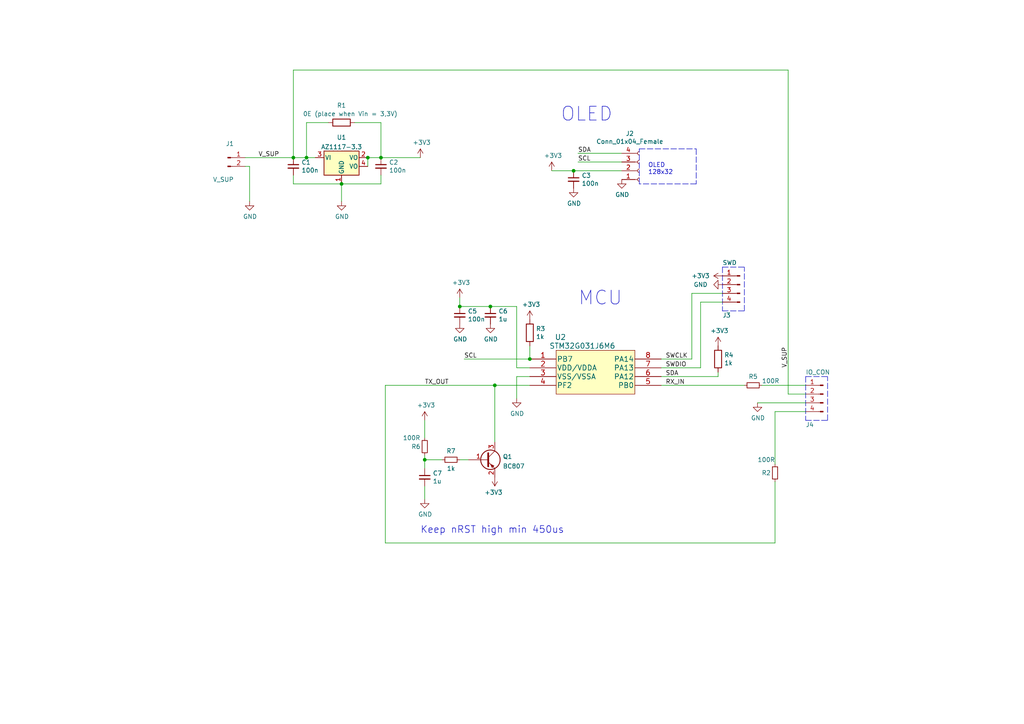
<source format=kicad_sch>
(kicad_sch (version 20211123) (generator eeschema)

  (uuid 3e2733b2-429a-48e0-a5f6-9bc75cea3fb3)

  (paper "A4")

  (lib_symbols
    (symbol "Connector:Conn_01x02_Male" (pin_names (offset 1.016) hide) (in_bom yes) (on_board yes)
      (property "Reference" "J" (id 0) (at 0 2.54 0)
        (effects (font (size 1.27 1.27)))
      )
      (property "Value" "Conn_01x02_Male" (id 1) (at 0 -5.08 0)
        (effects (font (size 1.27 1.27)))
      )
      (property "Footprint" "" (id 2) (at 0 0 0)
        (effects (font (size 1.27 1.27)) hide)
      )
      (property "Datasheet" "~" (id 3) (at 0 0 0)
        (effects (font (size 1.27 1.27)) hide)
      )
      (property "ki_keywords" "connector" (id 4) (at 0 0 0)
        (effects (font (size 1.27 1.27)) hide)
      )
      (property "ki_description" "Generic connector, single row, 01x02, script generated (kicad-library-utils/schlib/autogen/connector/)" (id 5) (at 0 0 0)
        (effects (font (size 1.27 1.27)) hide)
      )
      (property "ki_fp_filters" "Connector*:*_1x??_*" (id 6) (at 0 0 0)
        (effects (font (size 1.27 1.27)) hide)
      )
      (symbol "Conn_01x02_Male_1_1"
        (polyline
          (pts
            (xy 1.27 -2.54)
            (xy 0.8636 -2.54)
          )
          (stroke (width 0.1524) (type default) (color 0 0 0 0))
          (fill (type none))
        )
        (polyline
          (pts
            (xy 1.27 0)
            (xy 0.8636 0)
          )
          (stroke (width 0.1524) (type default) (color 0 0 0 0))
          (fill (type none))
        )
        (rectangle (start 0.8636 -2.413) (end 0 -2.667)
          (stroke (width 0.1524) (type default) (color 0 0 0 0))
          (fill (type outline))
        )
        (rectangle (start 0.8636 0.127) (end 0 -0.127)
          (stroke (width 0.1524) (type default) (color 0 0 0 0))
          (fill (type outline))
        )
        (pin passive line (at 5.08 0 180) (length 3.81)
          (name "Pin_1" (effects (font (size 1.27 1.27))))
          (number "1" (effects (font (size 1.27 1.27))))
        )
        (pin passive line (at 5.08 -2.54 180) (length 3.81)
          (name "Pin_2" (effects (font (size 1.27 1.27))))
          (number "2" (effects (font (size 1.27 1.27))))
        )
      )
    )
    (symbol "Connector:Conn_01x04_Female" (pin_names (offset 1.016) hide) (in_bom yes) (on_board yes)
      (property "Reference" "J" (id 0) (at 0 5.08 0)
        (effects (font (size 1.27 1.27)))
      )
      (property "Value" "Conn_01x04_Female" (id 1) (at 0 -7.62 0)
        (effects (font (size 1.27 1.27)))
      )
      (property "Footprint" "" (id 2) (at 0 0 0)
        (effects (font (size 1.27 1.27)) hide)
      )
      (property "Datasheet" "~" (id 3) (at 0 0 0)
        (effects (font (size 1.27 1.27)) hide)
      )
      (property "ki_keywords" "connector" (id 4) (at 0 0 0)
        (effects (font (size 1.27 1.27)) hide)
      )
      (property "ki_description" "Generic connector, single row, 01x04, script generated (kicad-library-utils/schlib/autogen/connector/)" (id 5) (at 0 0 0)
        (effects (font (size 1.27 1.27)) hide)
      )
      (property "ki_fp_filters" "Connector*:*_1x??_*" (id 6) (at 0 0 0)
        (effects (font (size 1.27 1.27)) hide)
      )
      (symbol "Conn_01x04_Female_1_1"
        (arc (start 0 -4.572) (mid -0.508 -5.08) (end 0 -5.588)
          (stroke (width 0.1524) (type default) (color 0 0 0 0))
          (fill (type none))
        )
        (arc (start 0 -2.032) (mid -0.508 -2.54) (end 0 -3.048)
          (stroke (width 0.1524) (type default) (color 0 0 0 0))
          (fill (type none))
        )
        (polyline
          (pts
            (xy -1.27 -5.08)
            (xy -0.508 -5.08)
          )
          (stroke (width 0.1524) (type default) (color 0 0 0 0))
          (fill (type none))
        )
        (polyline
          (pts
            (xy -1.27 -2.54)
            (xy -0.508 -2.54)
          )
          (stroke (width 0.1524) (type default) (color 0 0 0 0))
          (fill (type none))
        )
        (polyline
          (pts
            (xy -1.27 0)
            (xy -0.508 0)
          )
          (stroke (width 0.1524) (type default) (color 0 0 0 0))
          (fill (type none))
        )
        (polyline
          (pts
            (xy -1.27 2.54)
            (xy -0.508 2.54)
          )
          (stroke (width 0.1524) (type default) (color 0 0 0 0))
          (fill (type none))
        )
        (arc (start 0 0.508) (mid -0.508 0) (end 0 -0.508)
          (stroke (width 0.1524) (type default) (color 0 0 0 0))
          (fill (type none))
        )
        (arc (start 0 3.048) (mid -0.508 2.54) (end 0 2.032)
          (stroke (width 0.1524) (type default) (color 0 0 0 0))
          (fill (type none))
        )
        (pin passive line (at -5.08 2.54 0) (length 3.81)
          (name "Pin_1" (effects (font (size 1.27 1.27))))
          (number "1" (effects (font (size 1.27 1.27))))
        )
        (pin passive line (at -5.08 0 0) (length 3.81)
          (name "Pin_2" (effects (font (size 1.27 1.27))))
          (number "2" (effects (font (size 1.27 1.27))))
        )
        (pin passive line (at -5.08 -2.54 0) (length 3.81)
          (name "Pin_3" (effects (font (size 1.27 1.27))))
          (number "3" (effects (font (size 1.27 1.27))))
        )
        (pin passive line (at -5.08 -5.08 0) (length 3.81)
          (name "Pin_4" (effects (font (size 1.27 1.27))))
          (number "4" (effects (font (size 1.27 1.27))))
        )
      )
    )
    (symbol "Connector:Conn_01x04_Male" (pin_names (offset 1.016) hide) (in_bom yes) (on_board yes)
      (property "Reference" "J" (id 0) (at 0 5.08 0)
        (effects (font (size 1.27 1.27)))
      )
      (property "Value" "Conn_01x04_Male" (id 1) (at 0 -7.62 0)
        (effects (font (size 1.27 1.27)))
      )
      (property "Footprint" "" (id 2) (at 0 0 0)
        (effects (font (size 1.27 1.27)) hide)
      )
      (property "Datasheet" "~" (id 3) (at 0 0 0)
        (effects (font (size 1.27 1.27)) hide)
      )
      (property "ki_keywords" "connector" (id 4) (at 0 0 0)
        (effects (font (size 1.27 1.27)) hide)
      )
      (property "ki_description" "Generic connector, single row, 01x04, script generated (kicad-library-utils/schlib/autogen/connector/)" (id 5) (at 0 0 0)
        (effects (font (size 1.27 1.27)) hide)
      )
      (property "ki_fp_filters" "Connector*:*_1x??_*" (id 6) (at 0 0 0)
        (effects (font (size 1.27 1.27)) hide)
      )
      (symbol "Conn_01x04_Male_1_1"
        (polyline
          (pts
            (xy 1.27 -5.08)
            (xy 0.8636 -5.08)
          )
          (stroke (width 0.1524) (type default) (color 0 0 0 0))
          (fill (type none))
        )
        (polyline
          (pts
            (xy 1.27 -2.54)
            (xy 0.8636 -2.54)
          )
          (stroke (width 0.1524) (type default) (color 0 0 0 0))
          (fill (type none))
        )
        (polyline
          (pts
            (xy 1.27 0)
            (xy 0.8636 0)
          )
          (stroke (width 0.1524) (type default) (color 0 0 0 0))
          (fill (type none))
        )
        (polyline
          (pts
            (xy 1.27 2.54)
            (xy 0.8636 2.54)
          )
          (stroke (width 0.1524) (type default) (color 0 0 0 0))
          (fill (type none))
        )
        (rectangle (start 0.8636 -4.953) (end 0 -5.207)
          (stroke (width 0.1524) (type default) (color 0 0 0 0))
          (fill (type outline))
        )
        (rectangle (start 0.8636 -2.413) (end 0 -2.667)
          (stroke (width 0.1524) (type default) (color 0 0 0 0))
          (fill (type outline))
        )
        (rectangle (start 0.8636 0.127) (end 0 -0.127)
          (stroke (width 0.1524) (type default) (color 0 0 0 0))
          (fill (type outline))
        )
        (rectangle (start 0.8636 2.667) (end 0 2.413)
          (stroke (width 0.1524) (type default) (color 0 0 0 0))
          (fill (type outline))
        )
        (pin passive line (at 5.08 2.54 180) (length 3.81)
          (name "Pin_1" (effects (font (size 1.27 1.27))))
          (number "1" (effects (font (size 1.27 1.27))))
        )
        (pin passive line (at 5.08 0 180) (length 3.81)
          (name "Pin_2" (effects (font (size 1.27 1.27))))
          (number "2" (effects (font (size 1.27 1.27))))
        )
        (pin passive line (at 5.08 -2.54 180) (length 3.81)
          (name "Pin_3" (effects (font (size 1.27 1.27))))
          (number "3" (effects (font (size 1.27 1.27))))
        )
        (pin passive line (at 5.08 -5.08 180) (length 3.81)
          (name "Pin_4" (effects (font (size 1.27 1.27))))
          (number "4" (effects (font (size 1.27 1.27))))
        )
      )
    )
    (symbol "Device:C_Small" (pin_numbers hide) (pin_names (offset 0.254) hide) (in_bom yes) (on_board yes)
      (property "Reference" "C" (id 0) (at 0.254 1.778 0)
        (effects (font (size 1.27 1.27)) (justify left))
      )
      (property "Value" "C_Small" (id 1) (at 0.254 -2.032 0)
        (effects (font (size 1.27 1.27)) (justify left))
      )
      (property "Footprint" "" (id 2) (at 0 0 0)
        (effects (font (size 1.27 1.27)) hide)
      )
      (property "Datasheet" "~" (id 3) (at 0 0 0)
        (effects (font (size 1.27 1.27)) hide)
      )
      (property "ki_keywords" "capacitor cap" (id 4) (at 0 0 0)
        (effects (font (size 1.27 1.27)) hide)
      )
      (property "ki_description" "Unpolarized capacitor, small symbol" (id 5) (at 0 0 0)
        (effects (font (size 1.27 1.27)) hide)
      )
      (property "ki_fp_filters" "C_*" (id 6) (at 0 0 0)
        (effects (font (size 1.27 1.27)) hide)
      )
      (symbol "C_Small_0_1"
        (polyline
          (pts
            (xy -1.524 -0.508)
            (xy 1.524 -0.508)
          )
          (stroke (width 0.3302) (type default) (color 0 0 0 0))
          (fill (type none))
        )
        (polyline
          (pts
            (xy -1.524 0.508)
            (xy 1.524 0.508)
          )
          (stroke (width 0.3048) (type default) (color 0 0 0 0))
          (fill (type none))
        )
      )
      (symbol "C_Small_1_1"
        (pin passive line (at 0 2.54 270) (length 2.032)
          (name "~" (effects (font (size 1.27 1.27))))
          (number "1" (effects (font (size 1.27 1.27))))
        )
        (pin passive line (at 0 -2.54 90) (length 2.032)
          (name "~" (effects (font (size 1.27 1.27))))
          (number "2" (effects (font (size 1.27 1.27))))
        )
      )
    )
    (symbol "Device:R" (pin_numbers hide) (pin_names (offset 0)) (in_bom yes) (on_board yes)
      (property "Reference" "R" (id 0) (at 2.032 0 90)
        (effects (font (size 1.27 1.27)))
      )
      (property "Value" "R" (id 1) (at 0 0 90)
        (effects (font (size 1.27 1.27)))
      )
      (property "Footprint" "" (id 2) (at -1.778 0 90)
        (effects (font (size 1.27 1.27)) hide)
      )
      (property "Datasheet" "~" (id 3) (at 0 0 0)
        (effects (font (size 1.27 1.27)) hide)
      )
      (property "ki_keywords" "R res resistor" (id 4) (at 0 0 0)
        (effects (font (size 1.27 1.27)) hide)
      )
      (property "ki_description" "Resistor" (id 5) (at 0 0 0)
        (effects (font (size 1.27 1.27)) hide)
      )
      (property "ki_fp_filters" "R_*" (id 6) (at 0 0 0)
        (effects (font (size 1.27 1.27)) hide)
      )
      (symbol "R_0_1"
        (rectangle (start -1.016 -2.54) (end 1.016 2.54)
          (stroke (width 0.254) (type default) (color 0 0 0 0))
          (fill (type none))
        )
      )
      (symbol "R_1_1"
        (pin passive line (at 0 3.81 270) (length 1.27)
          (name "~" (effects (font (size 1.27 1.27))))
          (number "1" (effects (font (size 1.27 1.27))))
        )
        (pin passive line (at 0 -3.81 90) (length 1.27)
          (name "~" (effects (font (size 1.27 1.27))))
          (number "2" (effects (font (size 1.27 1.27))))
        )
      )
    )
    (symbol "Device:R_Small" (pin_numbers hide) (pin_names (offset 0.254) hide) (in_bom yes) (on_board yes)
      (property "Reference" "R" (id 0) (at 0.762 0.508 0)
        (effects (font (size 1.27 1.27)) (justify left))
      )
      (property "Value" "R_Small" (id 1) (at 0.762 -1.016 0)
        (effects (font (size 1.27 1.27)) (justify left))
      )
      (property "Footprint" "" (id 2) (at 0 0 0)
        (effects (font (size 1.27 1.27)) hide)
      )
      (property "Datasheet" "~" (id 3) (at 0 0 0)
        (effects (font (size 1.27 1.27)) hide)
      )
      (property "ki_keywords" "R resistor" (id 4) (at 0 0 0)
        (effects (font (size 1.27 1.27)) hide)
      )
      (property "ki_description" "Resistor, small symbol" (id 5) (at 0 0 0)
        (effects (font (size 1.27 1.27)) hide)
      )
      (property "ki_fp_filters" "R_*" (id 6) (at 0 0 0)
        (effects (font (size 1.27 1.27)) hide)
      )
      (symbol "R_Small_0_1"
        (rectangle (start -0.762 1.778) (end 0.762 -1.778)
          (stroke (width 0.2032) (type default) (color 0 0 0 0))
          (fill (type none))
        )
      )
      (symbol "R_Small_1_1"
        (pin passive line (at 0 2.54 270) (length 0.762)
          (name "~" (effects (font (size 1.27 1.27))))
          (number "1" (effects (font (size 1.27 1.27))))
        )
        (pin passive line (at 0 -2.54 90) (length 0.762)
          (name "~" (effects (font (size 1.27 1.27))))
          (number "2" (effects (font (size 1.27 1.27))))
        )
      )
    )
    (symbol "Regulator_Linear:AZ1117-3.3" (pin_names (offset 0.254)) (in_bom yes) (on_board yes)
      (property "Reference" "U1" (id 0) (at 0 5.8715 0)
        (effects (font (size 1.27 1.27)))
      )
      (property "Value" "AZ1117-3.3" (id 1) (at 0 3.0964 0)
        (effects (font (size 1.27 1.27)))
      )
      (property "Footprint" "Package_TO_SOT_SMD:SOT-223" (id 2) (at 0 6.35 0)
        (effects (font (size 1.27 1.27) italic) hide)
      )
      (property "Datasheet" "https://www.diodes.com/assets/Datasheets/AZ1117.pdf" (id 3) (at 0 0 0)
        (effects (font (size 1.27 1.27)) hide)
      )
      (property "ki_keywords" "Fixed Voltage Regulator 1A Positive LDO" (id 4) (at 0 0 0)
        (effects (font (size 1.27 1.27)) hide)
      )
      (property "ki_description" "1A 20V Fixed LDO Linear Regulator, 3.3V, SOT-89/SOT-223/TO-220/TO-252/TO-263" (id 5) (at 0 0 0)
        (effects (font (size 1.27 1.27)) hide)
      )
      (property "ki_fp_filters" "SOT?223* SOT?89* TO?220* TO?252* TO?263*" (id 6) (at 0 0 0)
        (effects (font (size 1.27 1.27)) hide)
      )
      (symbol "AZ1117-3.3_0_1"
        (rectangle (start -5.08 1.905) (end 5.08 -5.08)
          (stroke (width 0.254) (type default) (color 0 0 0 0))
          (fill (type background))
        )
      )
      (symbol "AZ1117-3.3_1_1"
        (pin power_in line (at 0 -7.62 90) (length 2.54)
          (name "GND" (effects (font (size 1.27 1.27))))
          (number "1" (effects (font (size 1.27 1.27))))
        )
        (pin power_out line (at 7.62 0 180) (length 2.54)
          (name "VO" (effects (font (size 1.27 1.27))))
          (number "2" (effects (font (size 1.27 1.27))))
        )
        (pin power_in line (at -7.62 0 0) (length 2.54)
          (name "VI" (effects (font (size 1.27 1.27))))
          (number "3" (effects (font (size 1.27 1.27))))
        )
        (pin power_out line (at 7.62 -2.54 180) (length 2.54)
          (name "VO" (effects (font (size 1.27 1.27))))
          (number "4" (effects (font (size 1.27 1.27))))
        )
      )
    )
    (symbol "STM32G031J6M6:STM32G031J6M6" (pin_names (offset 0.254)) (in_bom yes) (on_board yes)
      (property "Reference" "U?" (id 0) (at 8.89 6.35 0)
        (effects (font (size 1.524 1.524)))
      )
      (property "Value" "STM32G031J6M6" (id 1) (at 15.24 3.81 0)
        (effects (font (size 1.524 1.524)))
      )
      (property "Footprint" "Package_SO:SO-8_3.9x4.9mm_P1.27mm" (id 2) (at 63.5 6.096 0)
        (effects (font (size 1.524 1.524)) hide)
      )
      (property "Datasheet" "" (id 3) (at 7.62 -20.32 0)
        (effects (font (size 1.524 1.524)))
      )
      (property "ki_locked" "" (id 4) (at 0 0 0)
        (effects (font (size 1.27 1.27)))
      )
      (property "ki_fp_filters" "SO-8 SO-8-M SO-8-L" (id 5) (at 0 0 0)
        (effects (font (size 1.27 1.27)) hide)
      )
      (symbol "STM32G031J6M6_1_1"
        (rectangle (start 7.62 2.54) (end 30.48 -10.16)
          (stroke (width 0) (type default) (color 0 0 0 0))
          (fill (type background))
        )
        (pin bidirectional line (at 0 0 0) (length 7.62)
          (name "PB7" (effects (font (size 1.4986 1.4986))))
          (number "1" (effects (font (size 1.4986 1.4986))))
        )
        (pin power_in line (at 0 -2.54 0) (length 7.62)
          (name "VDD/VDDA" (effects (font (size 1.4986 1.4986))))
          (number "2" (effects (font (size 1.4986 1.4986))))
        )
        (pin power_in line (at 0 -5.08 0) (length 7.62)
          (name "VSS/VSSA" (effects (font (size 1.4986 1.4986))))
          (number "3" (effects (font (size 1.4986 1.4986))))
        )
        (pin bidirectional line (at 0 -7.62 0) (length 7.62)
          (name "PF2" (effects (font (size 1.4986 1.4986))))
          (number "4" (effects (font (size 1.4986 1.4986))))
        )
        (pin bidirectional line (at 38.1 -7.62 180) (length 7.62)
          (name "PB0" (effects (font (size 1.4986 1.4986))))
          (number "5" (effects (font (size 1.4986 1.4986))))
        )
        (pin bidirectional line (at 38.1 -5.08 180) (length 7.62)
          (name "PA12" (effects (font (size 1.4986 1.4986))))
          (number "6" (effects (font (size 1.4986 1.4986))))
        )
        (pin bidirectional line (at 38.1 -2.54 180) (length 7.62)
          (name "PA13" (effects (font (size 1.4986 1.4986))))
          (number "7" (effects (font (size 1.4986 1.4986))))
        )
        (pin bidirectional line (at 38.1 0 180) (length 7.62)
          (name "PA14" (effects (font (size 1.4986 1.4986))))
          (number "8" (effects (font (size 1.4986 1.4986))))
        )
      )
    )
    (symbol "Transistor_BJT:BC807" (pin_names (offset 0) hide) (in_bom yes) (on_board yes)
      (property "Reference" "Q" (id 0) (at 5.08 1.905 0)
        (effects (font (size 1.27 1.27)) (justify left))
      )
      (property "Value" "BC807" (id 1) (at 5.08 0 0)
        (effects (font (size 1.27 1.27)) (justify left))
      )
      (property "Footprint" "Package_TO_SOT_SMD:SOT-23" (id 2) (at 5.08 -1.905 0)
        (effects (font (size 1.27 1.27) italic) (justify left) hide)
      )
      (property "Datasheet" "https://www.onsemi.com/pub/Collateral/BC808-D.pdf" (id 3) (at 0 0 0)
        (effects (font (size 1.27 1.27)) (justify left) hide)
      )
      (property "ki_keywords" "PNP Transistor" (id 4) (at 0 0 0)
        (effects (font (size 1.27 1.27)) hide)
      )
      (property "ki_description" "0.8A Ic, 45V Vce, PNP Transistor, SOT-23" (id 5) (at 0 0 0)
        (effects (font (size 1.27 1.27)) hide)
      )
      (property "ki_fp_filters" "SOT?23*" (id 6) (at 0 0 0)
        (effects (font (size 1.27 1.27)) hide)
      )
      (symbol "BC807_0_1"
        (polyline
          (pts
            (xy 0.635 0.635)
            (xy 2.54 2.54)
          )
          (stroke (width 0) (type default) (color 0 0 0 0))
          (fill (type none))
        )
        (polyline
          (pts
            (xy 0.635 -0.635)
            (xy 2.54 -2.54)
            (xy 2.54 -2.54)
          )
          (stroke (width 0) (type default) (color 0 0 0 0))
          (fill (type none))
        )
        (polyline
          (pts
            (xy 0.635 1.905)
            (xy 0.635 -1.905)
            (xy 0.635 -1.905)
          )
          (stroke (width 0.508) (type default) (color 0 0 0 0))
          (fill (type none))
        )
        (polyline
          (pts
            (xy 2.286 -1.778)
            (xy 1.778 -2.286)
            (xy 1.27 -1.27)
            (xy 2.286 -1.778)
            (xy 2.286 -1.778)
          )
          (stroke (width 0) (type default) (color 0 0 0 0))
          (fill (type outline))
        )
        (circle (center 1.27 0) (radius 2.8194)
          (stroke (width 0.254) (type default) (color 0 0 0 0))
          (fill (type none))
        )
      )
      (symbol "BC807_1_1"
        (pin input line (at -5.08 0 0) (length 5.715)
          (name "B" (effects (font (size 1.27 1.27))))
          (number "1" (effects (font (size 1.27 1.27))))
        )
        (pin passive line (at 2.54 -5.08 90) (length 2.54)
          (name "E" (effects (font (size 1.27 1.27))))
          (number "2" (effects (font (size 1.27 1.27))))
        )
        (pin passive line (at 2.54 5.08 270) (length 2.54)
          (name "C" (effects (font (size 1.27 1.27))))
          (number "3" (effects (font (size 1.27 1.27))))
        )
      )
    )
    (symbol "power:+3V3" (power) (pin_names (offset 0)) (in_bom yes) (on_board yes)
      (property "Reference" "#PWR" (id 0) (at 0 -3.81 0)
        (effects (font (size 1.27 1.27)) hide)
      )
      (property "Value" "+3V3" (id 1) (at 0 3.556 0)
        (effects (font (size 1.27 1.27)))
      )
      (property "Footprint" "" (id 2) (at 0 0 0)
        (effects (font (size 1.27 1.27)) hide)
      )
      (property "Datasheet" "" (id 3) (at 0 0 0)
        (effects (font (size 1.27 1.27)) hide)
      )
      (property "ki_keywords" "power-flag" (id 4) (at 0 0 0)
        (effects (font (size 1.27 1.27)) hide)
      )
      (property "ki_description" "Power symbol creates a global label with name \"+3V3\"" (id 5) (at 0 0 0)
        (effects (font (size 1.27 1.27)) hide)
      )
      (symbol "+3V3_0_1"
        (polyline
          (pts
            (xy -0.762 1.27)
            (xy 0 2.54)
          )
          (stroke (width 0) (type default) (color 0 0 0 0))
          (fill (type none))
        )
        (polyline
          (pts
            (xy 0 0)
            (xy 0 2.54)
          )
          (stroke (width 0) (type default) (color 0 0 0 0))
          (fill (type none))
        )
        (polyline
          (pts
            (xy 0 2.54)
            (xy 0.762 1.27)
          )
          (stroke (width 0) (type default) (color 0 0 0 0))
          (fill (type none))
        )
      )
      (symbol "+3V3_1_1"
        (pin power_in line (at 0 0 90) (length 0) hide
          (name "+3V3" (effects (font (size 1.27 1.27))))
          (number "1" (effects (font (size 1.27 1.27))))
        )
      )
    )
    (symbol "power:GND" (power) (pin_names (offset 0)) (in_bom yes) (on_board yes)
      (property "Reference" "#PWR" (id 0) (at 0 -6.35 0)
        (effects (font (size 1.27 1.27)) hide)
      )
      (property "Value" "GND" (id 1) (at 0 -3.81 0)
        (effects (font (size 1.27 1.27)))
      )
      (property "Footprint" "" (id 2) (at 0 0 0)
        (effects (font (size 1.27 1.27)) hide)
      )
      (property "Datasheet" "" (id 3) (at 0 0 0)
        (effects (font (size 1.27 1.27)) hide)
      )
      (property "ki_keywords" "power-flag" (id 4) (at 0 0 0)
        (effects (font (size 1.27 1.27)) hide)
      )
      (property "ki_description" "Power symbol creates a global label with name \"GND\" , ground" (id 5) (at 0 0 0)
        (effects (font (size 1.27 1.27)) hide)
      )
      (symbol "GND_0_1"
        (polyline
          (pts
            (xy 0 0)
            (xy 0 -1.27)
            (xy 1.27 -1.27)
            (xy 0 -2.54)
            (xy -1.27 -1.27)
            (xy 0 -1.27)
          )
          (stroke (width 0) (type default) (color 0 0 0 0))
          (fill (type none))
        )
      )
      (symbol "GND_1_1"
        (pin power_in line (at 0 0 270) (length 0) hide
          (name "GND" (effects (font (size 1.27 1.27))))
          (number "1" (effects (font (size 1.27 1.27))))
        )
      )
    )
  )

  (junction (at 166.37 49.53) (diameter 0) (color 0 0 0 0)
    (uuid 1e33c2bb-29b7-4638-9fb5-0417f6519877)
  )
  (junction (at 123.19 133.35) (diameter 0) (color 0 0 0 0)
    (uuid 25ad2632-b253-4ec8-acc6-610649cc2496)
  )
  (junction (at 133.35 88.9) (diameter 0) (color 0 0 0 0)
    (uuid 2b1bd8c8-3e2b-4acf-a87a-3998c5b53791)
  )
  (junction (at 85.09 45.72) (diameter 0) (color 0 0 0 0)
    (uuid 2b9a2d5f-5cc4-4e2a-82f1-2a8a02d7c38c)
  )
  (junction (at 142.24 88.9) (diameter 0) (color 0 0 0 0)
    (uuid 4d3bbe28-4dea-4c44-9638-c90a5e4e0201)
  )
  (junction (at 110.49 45.72) (diameter 0) (color 0 0 0 0)
    (uuid 55fea3d7-3338-41ba-9742-415078f59a75)
  )
  (junction (at 153.67 104.14) (diameter 0) (color 0 0 0 0)
    (uuid 627d3424-dfd6-4319-acef-fd690a6f20e2)
  )
  (junction (at 88.9 45.72) (diameter 0) (color 0 0 0 0)
    (uuid dcbda583-caae-4a0f-8a99-1784f4bd1e61)
  )
  (junction (at 99.06 53.34) (diameter 0) (color 0 0 0 0)
    (uuid dd937b20-e452-4904-9f06-88dd90424feb)
  )
  (junction (at 106.68 45.72) (diameter 0) (color 0 0 0 0)
    (uuid e8623586-c035-4557-bb05-dccb494757ad)
  )
  (junction (at 143.51 111.76) (diameter 0) (color 0 0 0 0)
    (uuid f67f3eb8-4f81-49e3-b2b7-2f620cf92995)
  )

  (wire (pts (xy 106.68 45.72) (xy 110.49 45.72))
    (stroke (width 0) (type default) (color 0 0 0 0))
    (uuid 0d0a8cf0-7e30-4463-a75a-b09ac9dce329)
  )
  (wire (pts (xy 106.68 45.72) (xy 106.68 48.26))
    (stroke (width 0) (type default) (color 0 0 0 0))
    (uuid 10692a86-88cb-4f0b-922d-2b307367527d)
  )
  (wire (pts (xy 203.2 106.68) (xy 203.2 87.63))
    (stroke (width 0) (type default) (color 0 0 0 0))
    (uuid 14c81335-0c58-4658-9c8b-2f95a43c42a1)
  )
  (wire (pts (xy 85.09 20.32) (xy 85.09 45.72))
    (stroke (width 0) (type default) (color 0 0 0 0))
    (uuid 15408682-79e5-4f3d-98ad-18fbbd0320e6)
  )
  (wire (pts (xy 111.76 111.76) (xy 111.76 157.48))
    (stroke (width 0) (type default) (color 0 0 0 0))
    (uuid 1659804d-03eb-42ee-a0af-b4824fdc8319)
  )
  (wire (pts (xy 203.2 87.63) (xy 209.55 87.63))
    (stroke (width 0) (type default) (color 0 0 0 0))
    (uuid 18c97c17-4686-4762-ac2f-547b5b999ca9)
  )
  (wire (pts (xy 72.39 48.26) (xy 72.39 58.42))
    (stroke (width 0) (type default) (color 0 0 0 0))
    (uuid 191f42b3-4d25-45d5-a764-a0fd795e322b)
  )
  (wire (pts (xy 123.19 133.35) (xy 123.19 135.89))
    (stroke (width 0) (type default) (color 0 0 0 0))
    (uuid 19b6fdb7-c2da-4e40-b2bb-be0a937611f0)
  )
  (polyline (pts (xy 240.03 121.92) (xy 240.03 109.22))
    (stroke (width 0) (type default) (color 0 0 0 0))
    (uuid 1ac11cff-6366-4140-abf1-a6eea27a06c2)
  )

  (wire (pts (xy 95.25 35.56) (xy 88.9 35.56))
    (stroke (width 0) (type default) (color 0 0 0 0))
    (uuid 1bf237a2-1f04-44cc-8bfc-37ebc035590a)
  )
  (wire (pts (xy 134.62 104.14) (xy 153.67 104.14))
    (stroke (width 0) (type default) (color 0 0 0 0))
    (uuid 1c34ae6f-59e1-41cd-9442-b86210a762ec)
  )
  (wire (pts (xy 153.67 106.68) (xy 149.86 106.68))
    (stroke (width 0) (type default) (color 0 0 0 0))
    (uuid 1efa2a2c-3448-4385-898c-4c1577e22b00)
  )
  (polyline (pts (xy 185.42 53.34) (xy 185.42 43.18))
    (stroke (width 0) (type default) (color 0 0 0 0))
    (uuid 263e5696-7107-45aa-997c-51b0e27b067d)
  )

  (wire (pts (xy 149.86 106.68) (xy 149.86 88.9))
    (stroke (width 0) (type default) (color 0 0 0 0))
    (uuid 2e924d2d-94f7-4a0f-8528-9d6e8f6bb0eb)
  )
  (wire (pts (xy 191.77 106.68) (xy 203.2 106.68))
    (stroke (width 0) (type default) (color 0 0 0 0))
    (uuid 3825ef5a-9c20-4da1-b237-0d7cce88677d)
  )
  (wire (pts (xy 85.09 53.34) (xy 99.06 53.34))
    (stroke (width 0) (type default) (color 0 0 0 0))
    (uuid 3e9918f5-fe20-41be-989a-3532ae9c8232)
  )
  (wire (pts (xy 85.09 50.8) (xy 85.09 53.34))
    (stroke (width 0) (type default) (color 0 0 0 0))
    (uuid 45a5dcbc-7ce7-4d05-9003-3b0e7f174e02)
  )
  (wire (pts (xy 110.49 50.8) (xy 110.49 53.34))
    (stroke (width 0) (type default) (color 0 0 0 0))
    (uuid 4beb5b03-60d3-49da-ad35-51f275a031d5)
  )
  (wire (pts (xy 200.66 85.09) (xy 209.55 85.09))
    (stroke (width 0) (type default) (color 0 0 0 0))
    (uuid 519527ee-f2dc-482d-94bb-75721ed8aafb)
  )
  (polyline (pts (xy 209.55 77.47) (xy 209.55 90.17))
    (stroke (width 0) (type default) (color 0 0 0 0))
    (uuid 55fdbf37-93ec-4489-b99d-2778986cddf5)
  )

  (wire (pts (xy 224.79 119.38) (xy 233.68 119.38))
    (stroke (width 0) (type default) (color 0 0 0 0))
    (uuid 57869359-a5f9-4315-8f7e-88eaf5fd7f69)
  )
  (wire (pts (xy 224.79 139.7) (xy 224.79 157.48))
    (stroke (width 0) (type default) (color 0 0 0 0))
    (uuid 596010d9-7a70-4668-b57e-fc49763f4715)
  )
  (wire (pts (xy 102.87 35.56) (xy 110.49 35.56))
    (stroke (width 0) (type default) (color 0 0 0 0))
    (uuid 61bf7c97-153e-456f-8798-edee370be9ae)
  )
  (wire (pts (xy 110.49 35.56) (xy 110.49 45.72))
    (stroke (width 0) (type default) (color 0 0 0 0))
    (uuid 62ded880-1ef8-4d12-bf30-ab03202c3b09)
  )
  (polyline (pts (xy 185.42 43.18) (xy 201.93 43.18))
    (stroke (width 0) (type default) (color 0 0 0 0))
    (uuid 6ad55953-7a86-4bfb-a23b-dcf3a404bbd3)
  )

  (wire (pts (xy 180.34 44.45) (xy 167.64 44.45))
    (stroke (width 0) (type default) (color 0 0 0 0))
    (uuid 6d06ac8a-1eaa-4729-8e1b-f5f986af5b4a)
  )
  (polyline (pts (xy 233.68 109.22) (xy 240.03 109.22))
    (stroke (width 0) (type default) (color 0 0 0 0))
    (uuid 703a3c34-fad9-4163-b86c-c947ff38324c)
  )
  (polyline (pts (xy 201.93 43.18) (xy 201.93 53.34))
    (stroke (width 0) (type default) (color 0 0 0 0))
    (uuid 74d476a1-7e64-4447-aa02-467bf33d11bf)
  )

  (wire (pts (xy 123.19 121.92) (xy 123.19 127))
    (stroke (width 0) (type default) (color 0 0 0 0))
    (uuid 761c79a0-cb1a-42d4-9066-3a8bac939cdf)
  )
  (wire (pts (xy 149.86 88.9) (xy 142.24 88.9))
    (stroke (width 0) (type default) (color 0 0 0 0))
    (uuid 770cf459-91ff-42ec-86ea-bf95b593d092)
  )
  (polyline (pts (xy 201.93 53.34) (xy 185.42 53.34))
    (stroke (width 0) (type default) (color 0 0 0 0))
    (uuid 77a39290-cbef-4417-92dd-bd19a64a03da)
  )

  (wire (pts (xy 191.77 104.14) (xy 200.66 104.14))
    (stroke (width 0) (type default) (color 0 0 0 0))
    (uuid 789fde59-6346-41c4-8bdd-f9aa5fd7f3db)
  )
  (wire (pts (xy 149.86 115.57) (xy 149.86 109.22))
    (stroke (width 0) (type default) (color 0 0 0 0))
    (uuid 82b43a70-cb19-4531-8dd9-530241cf5458)
  )
  (wire (pts (xy 110.49 53.34) (xy 99.06 53.34))
    (stroke (width 0) (type default) (color 0 0 0 0))
    (uuid 844026ab-5510-44d9-a079-87d06366c2ae)
  )
  (wire (pts (xy 123.19 132.08) (xy 123.19 133.35))
    (stroke (width 0) (type default) (color 0 0 0 0))
    (uuid 84dacc7f-a77b-42d8-9b09-c921bef5b098)
  )
  (wire (pts (xy 85.09 45.72) (xy 88.9 45.72))
    (stroke (width 0) (type default) (color 0 0 0 0))
    (uuid 879b4a40-2cb4-4a49-8833-1ab82d5905e7)
  )
  (wire (pts (xy 143.51 111.76) (xy 153.67 111.76))
    (stroke (width 0) (type default) (color 0 0 0 0))
    (uuid 8a190336-2c38-4cca-9e01-39e4fde8d4f3)
  )
  (wire (pts (xy 111.76 111.76) (xy 143.51 111.76))
    (stroke (width 0) (type default) (color 0 0 0 0))
    (uuid 900cbe97-baf8-4c02-a824-562c02dac994)
  )
  (wire (pts (xy 110.49 45.72) (xy 121.92 45.72))
    (stroke (width 0) (type default) (color 0 0 0 0))
    (uuid 939d2085-ca84-435b-8eaa-0232903653b7)
  )
  (wire (pts (xy 153.67 100.33) (xy 153.67 104.14))
    (stroke (width 0) (type default) (color 0 0 0 0))
    (uuid 9a1fcbc2-26d6-4da8-b39c-b21f72ec1122)
  )
  (wire (pts (xy 208.28 107.95) (xy 208.28 109.22))
    (stroke (width 0) (type default) (color 0 0 0 0))
    (uuid a001f9b3-d55c-45e5-82b3-54c3c57f50f4)
  )
  (wire (pts (xy 220.98 111.76) (xy 233.68 111.76))
    (stroke (width 0) (type default) (color 0 0 0 0))
    (uuid a18e7ce9-3c93-4e29-b92e-ef83a1565746)
  )
  (wire (pts (xy 128.27 133.35) (xy 123.19 133.35))
    (stroke (width 0) (type default) (color 0 0 0 0))
    (uuid a2635da5-8463-46db-9199-0a173306f41b)
  )
  (wire (pts (xy 200.66 104.14) (xy 200.66 85.09))
    (stroke (width 0) (type default) (color 0 0 0 0))
    (uuid aa8a3016-cc3c-4bf9-b17e-081ebb67afcf)
  )
  (wire (pts (xy 166.37 49.53) (xy 160.02 49.53))
    (stroke (width 0) (type default) (color 0 0 0 0))
    (uuid aaab055d-e2c8-47ec-bf52-ba6cbf89c068)
  )
  (polyline (pts (xy 233.68 121.92) (xy 240.03 121.92))
    (stroke (width 0) (type default) (color 0 0 0 0))
    (uuid aaf7a9b3-d33e-469d-bedf-937c6fe2ad8a)
  )

  (wire (pts (xy 149.86 109.22) (xy 153.67 109.22))
    (stroke (width 0) (type default) (color 0 0 0 0))
    (uuid b4ac8718-0185-4931-9448-0b4d31607c34)
  )
  (wire (pts (xy 123.19 140.97) (xy 123.19 144.78))
    (stroke (width 0) (type default) (color 0 0 0 0))
    (uuid b6293148-80da-4885-8e0f-57c4d2b34389)
  )
  (polyline (pts (xy 233.68 109.22) (xy 233.68 121.92))
    (stroke (width 0) (type default) (color 0 0 0 0))
    (uuid b7462cf2-a3dd-4097-8882-1954d9d28d08)
  )

  (wire (pts (xy 71.12 48.26) (xy 72.39 48.26))
    (stroke (width 0) (type default) (color 0 0 0 0))
    (uuid bce1534c-362e-45ed-a9dd-a44d6954485a)
  )
  (wire (pts (xy 180.34 49.53) (xy 166.37 49.53))
    (stroke (width 0) (type default) (color 0 0 0 0))
    (uuid c7adb180-cac4-4e08-bba9-6fc53c45552e)
  )
  (wire (pts (xy 111.76 157.48) (xy 224.79 157.48))
    (stroke (width 0) (type default) (color 0 0 0 0))
    (uuid cb5927a8-5907-4da0-b6b3-b0e0fb38eaa5)
  )
  (wire (pts (xy 133.35 86.36) (xy 133.35 88.9))
    (stroke (width 0) (type default) (color 0 0 0 0))
    (uuid cedb4780-a1d2-4316-a7d6-ce790b92c0e1)
  )
  (wire (pts (xy 191.77 109.22) (xy 208.28 109.22))
    (stroke (width 0) (type default) (color 0 0 0 0))
    (uuid cef8d6fd-fad1-4b1e-bfe8-44b8b9fd4ec5)
  )
  (wire (pts (xy 191.77 111.76) (xy 215.9 111.76))
    (stroke (width 0) (type default) (color 0 0 0 0))
    (uuid d5ed5e46-d54a-447d-9f4b-f0768c1fbc9a)
  )
  (wire (pts (xy 180.34 46.99) (xy 167.64 46.99))
    (stroke (width 0) (type default) (color 0 0 0 0))
    (uuid d70a7364-0a41-4e7a-865e-7e54e5588b3d)
  )
  (polyline (pts (xy 209.55 90.17) (xy 215.9 90.17))
    (stroke (width 0) (type default) (color 0 0 0 0))
    (uuid d70f70cb-6194-44f9-96e2-0896e72a0528)
  )
  (polyline (pts (xy 209.55 77.47) (xy 215.9 77.47))
    (stroke (width 0) (type default) (color 0 0 0 0))
    (uuid d7d31544-a2bf-4ba0-8307-8924e326bbdf)
  )

  (wire (pts (xy 228.6 20.32) (xy 85.09 20.32))
    (stroke (width 0) (type default) (color 0 0 0 0))
    (uuid df2129c8-c047-485f-ae53-b6770ac90e1c)
  )
  (wire (pts (xy 228.6 20.32) (xy 228.6 114.3))
    (stroke (width 0) (type default) (color 0 0 0 0))
    (uuid e2f3393b-8eca-410c-abf7-12383cb1749d)
  )
  (wire (pts (xy 233.68 114.3) (xy 228.6 114.3))
    (stroke (width 0) (type default) (color 0 0 0 0))
    (uuid e889de05-4c47-4d61-a0d4-4f38566ee7c5)
  )
  (wire (pts (xy 224.79 119.38) (xy 224.79 134.62))
    (stroke (width 0) (type default) (color 0 0 0 0))
    (uuid f085ebfc-156f-4cc3-a957-ad0a2879fe55)
  )
  (wire (pts (xy 88.9 45.72) (xy 91.44 45.72))
    (stroke (width 0) (type default) (color 0 0 0 0))
    (uuid f0ec957c-a954-4cf0-8f21-e0413cbdff19)
  )
  (wire (pts (xy 99.06 58.42) (xy 99.06 53.34))
    (stroke (width 0) (type default) (color 0 0 0 0))
    (uuid f1087679-c457-4f80-be6e-85a0e9efccaa)
  )
  (wire (pts (xy 133.35 133.35) (xy 135.89 133.35))
    (stroke (width 0) (type default) (color 0 0 0 0))
    (uuid f22e1e5b-b975-4acf-87e7-697bc2e6cf6c)
  )
  (wire (pts (xy 219.71 116.84) (xy 233.68 116.84))
    (stroke (width 0) (type default) (color 0 0 0 0))
    (uuid f24c5aae-d799-4d3d-b8fc-0efaf35c671b)
  )
  (wire (pts (xy 71.12 45.72) (xy 85.09 45.72))
    (stroke (width 0) (type default) (color 0 0 0 0))
    (uuid f291414c-4006-4be8-af05-fe0a179f0032)
  )
  (wire (pts (xy 88.9 35.56) (xy 88.9 45.72))
    (stroke (width 0) (type default) (color 0 0 0 0))
    (uuid f3062bd3-d0ea-46bc-af57-0e4bde3e76b1)
  )
  (wire (pts (xy 143.51 111.76) (xy 143.51 128.27))
    (stroke (width 0) (type default) (color 0 0 0 0))
    (uuid fa52629e-3ea5-4a5e-a7dc-9119b807e272)
  )
  (polyline (pts (xy 215.9 90.17) (xy 215.9 77.47))
    (stroke (width 0) (type default) (color 0 0 0 0))
    (uuid fa7e5dc4-a142-4ee0-91f5-e79b80fca880)
  )

  (wire (pts (xy 133.35 88.9) (xy 142.24 88.9))
    (stroke (width 0) (type default) (color 0 0 0 0))
    (uuid fb06a7a0-d125-43a6-a4f7-f6b47e26038f)
  )

  (text "OLED" (at 162.56 35.56 0)
    (effects (font (size 4 4)) (justify left bottom))
    (uuid 9ecd62a1-028b-4302-8a84-a4e34c950174)
  )
  (text "OLED \n128x32" (at 187.96 50.8 0)
    (effects (font (size 1.27 1.27)) (justify left bottom))
    (uuid a369e2da-4075-4f0c-a909-dceb52c2dd26)
  )
  (text "MCU" (at 167.64 88.9 0)
    (effects (font (size 4 4)) (justify left bottom))
    (uuid b350d1fd-5926-40fc-99a9-64a77595c793)
  )
  (text "Keep nRST high min 450us" (at 121.92 154.94 0)
    (effects (font (size 2 2)) (justify left bottom))
    (uuid fdc41eae-4b30-43fe-aa73-4ef1b20eb03d)
  )

  (label "TX_OUT" (at 123.19 111.76 0)
    (effects (font (size 1.27 1.27)) (justify left bottom))
    (uuid 0a3201f7-d392-42d5-b99f-864b6e66e995)
  )
  (label "SDA" (at 193.04 109.22 0)
    (effects (font (size 1.27 1.27)) (justify left bottom))
    (uuid 0fb612b6-d118-463f-8273-72d16ac7c8f3)
  )
  (label "SDA" (at 167.64 44.45 0)
    (effects (font (size 1.27 1.27)) (justify left bottom))
    (uuid 1b6028e0-82f3-4874-9e6d-94f87c957dbf)
  )
  (label "V_SUP" (at 74.93 45.72 0)
    (effects (font (size 1.27 1.27)) (justify left bottom))
    (uuid 2b407527-d873-421f-bbd3-efb7014fa0b5)
  )
  (label "RX_IN" (at 193.04 111.76 0)
    (effects (font (size 1.27 1.27)) (justify left bottom))
    (uuid 2f360589-2e7a-4ea9-9448-bded0efd7a0b)
  )
  (label "SWDIO" (at 193.04 106.68 0)
    (effects (font (size 1.27 1.27)) (justify left bottom))
    (uuid 524dfc74-a6ca-4f47-b1c4-8c830a3897c9)
  )
  (label "SCL" (at 134.62 104.14 0)
    (effects (font (size 1.27 1.27)) (justify left bottom))
    (uuid 543ccabc-4148-495e-bbf3-b3f2d2fb3d9e)
  )
  (label "SWCLK" (at 193.04 104.14 0)
    (effects (font (size 1.27 1.27)) (justify left bottom))
    (uuid a2a27871-3ee2-4097-9614-af181c9ad560)
  )
  (label "SCL" (at 167.64 46.99 0)
    (effects (font (size 1.27 1.27)) (justify left bottom))
    (uuid afd7a12d-e4dd-4446-8878-eb084dfb6ff4)
  )
  (label "V_SUP" (at 228.6 106.68 90)
    (effects (font (size 1.27 1.27)) (justify left bottom))
    (uuid eb9f5ddc-ca34-482a-bb7b-c5962e962d3c)
  )

  (symbol (lib_id "Device:C_Small") (at 110.49 48.26 0) (unit 1)
    (in_bom yes) (on_board yes)
    (uuid 02d4aec0-0b89-41e2-a332-b4ea915a391a)
    (property "Reference" "C2" (id 0) (at 112.8268 47.0916 0)
      (effects (font (size 1.27 1.27)) (justify left))
    )
    (property "Value" "100n" (id 1) (at 112.8268 49.403 0)
      (effects (font (size 1.27 1.27)) (justify left))
    )
    (property "Footprint" "Capacitor_SMD:C_0402_1005Metric" (id 2) (at 110.49 48.26 0)
      (effects (font (size 1.27 1.27)) hide)
    )
    (property "Datasheet" "~" (id 3) (at 110.49 48.26 0)
      (effects (font (size 1.27 1.27)) hide)
    )
    (pin "1" (uuid a8f08e73-1b45-46c5-91e8-b6b4cc5df371))
    (pin "2" (uuid 31d125ad-08cb-403f-9d31-356889442106))
  )

  (symbol (lib_id "power:+3V3") (at 160.02 49.53 0) (unit 1)
    (in_bom yes) (on_board yes)
    (uuid 05b16ca9-6086-4d32-aa87-2738c8656874)
    (property "Reference" "#PWR02" (id 0) (at 160.02 53.34 0)
      (effects (font (size 1.27 1.27)) hide)
    )
    (property "Value" "+3V3" (id 1) (at 160.401 45.1358 0))
    (property "Footprint" "" (id 2) (at 160.02 49.53 0)
      (effects (font (size 1.27 1.27)) hide)
    )
    (property "Datasheet" "" (id 3) (at 160.02 49.53 0)
      (effects (font (size 1.27 1.27)) hide)
    )
    (pin "1" (uuid 9f678891-833a-4ca3-bcec-175ac5a6f206))
  )

  (symbol (lib_id "power:+3V3") (at 208.28 100.33 0) (unit 1)
    (in_bom yes) (on_board yes)
    (uuid 0921480b-e7e1-4782-984d-ad572d0bd06d)
    (property "Reference" "#PWR018" (id 0) (at 208.28 104.14 0)
      (effects (font (size 1.27 1.27)) hide)
    )
    (property "Value" "+3V3" (id 1) (at 208.661 95.9358 0))
    (property "Footprint" "" (id 2) (at 208.28 100.33 0)
      (effects (font (size 1.27 1.27)) hide)
    )
    (property "Datasheet" "" (id 3) (at 208.28 100.33 0)
      (effects (font (size 1.27 1.27)) hide)
    )
    (pin "1" (uuid 67d3073d-728e-4b1f-baea-18126e875c69))
  )

  (symbol (lib_id "power:GND") (at 99.06 58.42 0) (unit 1)
    (in_bom yes) (on_board yes)
    (uuid 0dda147f-ff28-4177-a33d-79b9551cc6e4)
    (property "Reference" "#PWR05" (id 0) (at 99.06 64.77 0)
      (effects (font (size 1.27 1.27)) hide)
    )
    (property "Value" "GND" (id 1) (at 99.187 62.8142 0))
    (property "Footprint" "" (id 2) (at 99.06 58.42 0)
      (effects (font (size 1.27 1.27)) hide)
    )
    (property "Datasheet" "" (id 3) (at 99.06 58.42 0)
      (effects (font (size 1.27 1.27)) hide)
    )
    (pin "1" (uuid a67b01ec-cf6c-4eef-9d7b-fbb0c0c865c6))
  )

  (symbol (lib_id "Connector:Conn_01x04_Female") (at 185.42 49.53 0) (mirror x) (unit 1)
    (in_bom yes) (on_board yes)
    (uuid 16853fc1-2802-404c-863d-af24686a53ab)
    (property "Reference" "J2" (id 0) (at 182.6768 38.735 0))
    (property "Value" "Conn_01x04_Female" (id 1) (at 182.6768 41.0464 0))
    (property "Footprint" "oled:SSD1306-0.91-OLED-4pin-128x32" (id 2) (at 185.42 49.53 0)
      (effects (font (size 1.27 1.27)) hide)
    )
    (property "Datasheet" "~" (id 3) (at 185.42 49.53 0)
      (effects (font (size 1.27 1.27)) hide)
    )
    (pin "1" (uuid fbb06cd4-8ec4-438e-b8bd-7d506540f9c8))
    (pin "2" (uuid 67c46f8a-8ebb-479c-86bc-a810cd66bb92))
    (pin "3" (uuid d9578c44-559c-4121-9098-135bc34b67fb))
    (pin "4" (uuid cec2c00d-b786-4841-9416-8e713ad0e1ca))
  )

  (symbol (lib_id "Regulator_Linear:AZ1117-3.3") (at 99.06 45.72 0) (unit 1)
    (in_bom yes) (on_board yes) (fields_autoplaced)
    (uuid 1ceca03a-f8f2-4010-b86d-48b676d933ec)
    (property "Reference" "U1" (id 0) (at 99.06 39.8485 0))
    (property "Value" "AZ1117-3.3" (id 1) (at 99.06 42.6236 0))
    (property "Footprint" "Package_TO_SOT_SMD:SOT-223" (id 2) (at 99.06 39.37 0)
      (effects (font (size 1.27 1.27) italic) hide)
    )
    (property "Datasheet" "https://www.diodes.com/assets/Datasheets/AZ1117.pdf" (id 3) (at 99.06 45.72 0)
      (effects (font (size 1.27 1.27)) hide)
    )
    (pin "1" (uuid be7fa36e-76d0-45aa-8e70-7b6a33824775))
    (pin "2" (uuid 606267ee-55fc-46e3-baae-a925799f1b42))
    (pin "3" (uuid da1d1405-ab65-4805-ad68-8c6c081f5f27))
    (pin "4" (uuid 989f61f2-8a68-4f45-bdc4-13bbaae0f9e8))
  )

  (symbol (lib_id "Device:R_Small") (at 218.44 111.76 90) (unit 1)
    (in_bom yes) (on_board yes)
    (uuid 1cf656a7-4e83-4083-b55b-6e1a17d2a42e)
    (property "Reference" "R5" (id 0) (at 218.44 109.22 90))
    (property "Value" "100R" (id 1) (at 223.52 110.49 90))
    (property "Footprint" "Resistor_SMD:R_0603_1608Metric" (id 2) (at 218.44 111.76 0)
      (effects (font (size 1.27 1.27)) hide)
    )
    (property "Datasheet" "~" (id 3) (at 218.44 111.76 0)
      (effects (font (size 1.27 1.27)) hide)
    )
    (pin "1" (uuid 5fef7766-d31c-4e0a-b637-f991dc7e201b))
    (pin "2" (uuid 5d29caa1-4557-44fa-bb85-0f450d3fb07f))
  )

  (symbol (lib_id "power:GND") (at 72.39 58.42 0) (unit 1)
    (in_bom yes) (on_board yes)
    (uuid 21556fb3-4545-4e9b-b34b-561306b93e8b)
    (property "Reference" "#PWR04" (id 0) (at 72.39 64.77 0)
      (effects (font (size 1.27 1.27)) hide)
    )
    (property "Value" "GND" (id 1) (at 72.517 62.8142 0))
    (property "Footprint" "" (id 2) (at 72.39 58.42 0)
      (effects (font (size 1.27 1.27)) hide)
    )
    (property "Datasheet" "" (id 3) (at 72.39 58.42 0)
      (effects (font (size 1.27 1.27)) hide)
    )
    (pin "1" (uuid 13f15df1-85d9-427e-adf4-63f682b8c906))
  )

  (symbol (lib_id "power:GND") (at 133.35 93.98 0) (unit 1)
    (in_bom yes) (on_board yes)
    (uuid 2215b67b-b7c5-48e7-ada2-5ba365cf8893)
    (property "Reference" "#PWR016" (id 0) (at 133.35 100.33 0)
      (effects (font (size 1.27 1.27)) hide)
    )
    (property "Value" "GND" (id 1) (at 133.477 98.3742 0))
    (property "Footprint" "" (id 2) (at 133.35 93.98 0)
      (effects (font (size 1.27 1.27)) hide)
    )
    (property "Datasheet" "" (id 3) (at 133.35 93.98 0)
      (effects (font (size 1.27 1.27)) hide)
    )
    (pin "1" (uuid a2329962-92bd-41a4-a5e0-1143c48c2ad6))
  )

  (symbol (lib_id "power:GND") (at 149.86 115.57 0) (unit 1)
    (in_bom yes) (on_board yes)
    (uuid 25022057-82b0-4c49-907e-d0a6b68009ef)
    (property "Reference" "#PWR019" (id 0) (at 149.86 121.92 0)
      (effects (font (size 1.27 1.27)) hide)
    )
    (property "Value" "GND" (id 1) (at 149.987 119.9642 0))
    (property "Footprint" "" (id 2) (at 149.86 115.57 0)
      (effects (font (size 1.27 1.27)) hide)
    )
    (property "Datasheet" "" (id 3) (at 149.86 115.57 0)
      (effects (font (size 1.27 1.27)) hide)
    )
    (pin "1" (uuid de780387-a4c5-4304-93a8-4511117cdb7f))
  )

  (symbol (lib_id "power:GND") (at 209.55 82.55 270) (mirror x) (unit 1)
    (in_bom yes) (on_board yes)
    (uuid 28d92791-e03b-49b7-ab76-0b79e48b37f2)
    (property "Reference" "#PWR012" (id 0) (at 203.2 82.55 0)
      (effects (font (size 1.27 1.27)) hide)
    )
    (property "Value" "GND" (id 1) (at 203.2 82.55 90))
    (property "Footprint" "" (id 2) (at 209.55 82.55 0)
      (effects (font (size 1.27 1.27)) hide)
    )
    (property "Datasheet" "" (id 3) (at 209.55 82.55 0)
      (effects (font (size 1.27 1.27)) hide)
    )
    (pin "1" (uuid a5860b45-4fc2-46a1-acd5-e3fbb8cba155))
  )

  (symbol (lib_id "Device:C_Small") (at 142.24 91.44 0) (unit 1)
    (in_bom yes) (on_board yes)
    (uuid 3338a2c5-067c-47fe-9cba-1b5a40c37bf5)
    (property "Reference" "C6" (id 0) (at 144.5768 90.2716 0)
      (effects (font (size 1.27 1.27)) (justify left))
    )
    (property "Value" "1u" (id 1) (at 144.5768 92.583 0)
      (effects (font (size 1.27 1.27)) (justify left))
    )
    (property "Footprint" "Capacitor_SMD:C_0402_1005Metric" (id 2) (at 142.24 91.44 0)
      (effects (font (size 1.27 1.27)) hide)
    )
    (property "Datasheet" "~" (id 3) (at 142.24 91.44 0)
      (effects (font (size 1.27 1.27)) hide)
    )
    (pin "1" (uuid cd31d24f-2539-4e45-bae0-2bcf3b69fee6))
    (pin "2" (uuid f0625f86-6b6f-4701-bae8-155df6c5a4b2))
  )

  (symbol (lib_id "Device:C_Small") (at 166.37 52.07 0) (unit 1)
    (in_bom yes) (on_board yes)
    (uuid 4001bfeb-6931-41ed-964c-6ab4ad04afff)
    (property "Reference" "C3" (id 0) (at 168.7068 50.9016 0)
      (effects (font (size 1.27 1.27)) (justify left))
    )
    (property "Value" "100n" (id 1) (at 168.7068 53.213 0)
      (effects (font (size 1.27 1.27)) (justify left))
    )
    (property "Footprint" "Capacitor_SMD:C_0402_1005Metric" (id 2) (at 166.37 52.07 0)
      (effects (font (size 1.27 1.27)) hide)
    )
    (property "Datasheet" "~" (id 3) (at 166.37 52.07 0)
      (effects (font (size 1.27 1.27)) hide)
    )
    (pin "1" (uuid 702a88a3-43ee-4616-860f-1d168f9ca33a))
    (pin "2" (uuid 08c9fb3a-987c-44fb-95be-3a52bb335067))
  )

  (symbol (lib_id "Device:C_Small") (at 133.35 91.44 0) (unit 1)
    (in_bom yes) (on_board yes)
    (uuid 41459947-67dc-49bd-ad93-861dea5ef306)
    (property "Reference" "C5" (id 0) (at 135.6868 90.2716 0)
      (effects (font (size 1.27 1.27)) (justify left))
    )
    (property "Value" "100n" (id 1) (at 135.6868 92.583 0)
      (effects (font (size 1.27 1.27)) (justify left))
    )
    (property "Footprint" "Capacitor_SMD:C_0402_1005Metric" (id 2) (at 133.35 91.44 0)
      (effects (font (size 1.27 1.27)) hide)
    )
    (property "Datasheet" "~" (id 3) (at 133.35 91.44 0)
      (effects (font (size 1.27 1.27)) hide)
    )
    (pin "1" (uuid 85ef8bdf-deb4-4e9c-b8e7-4fab903e486a))
    (pin "2" (uuid 40d6e624-bf54-49eb-9aa2-bbc747013036))
  )

  (symbol (lib_id "power:GND") (at 123.19 144.78 0) (unit 1)
    (in_bom yes) (on_board yes)
    (uuid 449c80fe-e391-40ac-9b79-7ce070d272f3)
    (property "Reference" "#PWR023" (id 0) (at 123.19 151.13 0)
      (effects (font (size 1.27 1.27)) hide)
    )
    (property "Value" "GND" (id 1) (at 123.317 149.1742 0))
    (property "Footprint" "" (id 2) (at 123.19 144.78 0)
      (effects (font (size 1.27 1.27)) hide)
    )
    (property "Datasheet" "" (id 3) (at 123.19 144.78 0)
      (effects (font (size 1.27 1.27)) hide)
    )
    (pin "1" (uuid dacbea34-75ab-42a1-bf85-d5355de73d0a))
  )

  (symbol (lib_id "Device:C_Small") (at 85.09 48.26 0) (unit 1)
    (in_bom yes) (on_board yes)
    (uuid 4c14047a-a6b3-4fa7-8d18-c345b7a86919)
    (property "Reference" "C1" (id 0) (at 87.4268 47.0916 0)
      (effects (font (size 1.27 1.27)) (justify left))
    )
    (property "Value" "100n" (id 1) (at 87.4268 49.403 0)
      (effects (font (size 1.27 1.27)) (justify left))
    )
    (property "Footprint" "Capacitor_SMD:C_0603_1608Metric" (id 2) (at 85.09 48.26 0)
      (effects (font (size 1.27 1.27)) hide)
    )
    (property "Datasheet" "~" (id 3) (at 85.09 48.26 0)
      (effects (font (size 1.27 1.27)) hide)
    )
    (pin "1" (uuid 89d091f6-7f8b-49e3-8444-c751890b79e1))
    (pin "2" (uuid 48aef473-6868-4933-97ff-808849fd4047))
  )

  (symbol (lib_id "Transistor_BJT:BC807") (at 140.97 133.35 0) (unit 1)
    (in_bom yes) (on_board yes) (fields_autoplaced)
    (uuid 55af291b-bf11-4f0a-b1ae-ccff728b3536)
    (property "Reference" "Q1" (id 0) (at 145.8214 132.4415 0)
      (effects (font (size 1.27 1.27)) (justify left))
    )
    (property "Value" "BC807" (id 1) (at 145.8214 135.2166 0)
      (effects (font (size 1.27 1.27)) (justify left))
    )
    (property "Footprint" "Package_TO_SOT_SMD:SOT-23" (id 2) (at 146.05 135.255 0)
      (effects (font (size 1.27 1.27) italic) (justify left) hide)
    )
    (property "Datasheet" "https://www.onsemi.com/pub/Collateral/BC808-D.pdf" (id 3) (at 140.97 133.35 0)
      (effects (font (size 1.27 1.27)) (justify left) hide)
    )
    (pin "1" (uuid 8861eca9-5667-4bd3-8c03-35789af57be3))
    (pin "2" (uuid e6e34111-36ab-4857-956c-628227e5add3))
    (pin "3" (uuid 30a5898d-4bac-46ac-b409-1a5087097191))
  )

  (symbol (lib_id "Device:R") (at 208.28 104.14 180) (unit 1)
    (in_bom yes) (on_board yes)
    (uuid 6615c595-191c-4fe5-b7e9-4a579d552656)
    (property "Reference" "R4" (id 0) (at 210.058 102.9716 0)
      (effects (font (size 1.27 1.27)) (justify right))
    )
    (property "Value" "1k" (id 1) (at 210.058 105.283 0)
      (effects (font (size 1.27 1.27)) (justify right))
    )
    (property "Footprint" "Resistor_SMD:R_0402_1005Metric_Pad0.72x0.64mm_HandSolder" (id 2) (at 210.058 104.14 90)
      (effects (font (size 1.27 1.27)) hide)
    )
    (property "Datasheet" "~" (id 3) (at 208.28 104.14 0)
      (effects (font (size 1.27 1.27)) hide)
    )
    (pin "1" (uuid 668b82fe-b542-4bd0-b2a5-5dae0ac43510))
    (pin "2" (uuid 54a3c92d-a091-405f-b445-603c0f2e1fb3))
  )

  (symbol (lib_id "Device:R_Small") (at 130.81 133.35 90) (unit 1)
    (in_bom yes) (on_board yes)
    (uuid 707902af-a5f3-48ec-a51f-a0c2442c9b0c)
    (property "Reference" "R7" (id 0) (at 130.81 130.81 90))
    (property "Value" "1k" (id 1) (at 130.81 135.89 90))
    (property "Footprint" "Resistor_SMD:R_0603_1608Metric" (id 2) (at 130.81 133.35 0)
      (effects (font (size 1.27 1.27)) hide)
    )
    (property "Datasheet" "~" (id 3) (at 130.81 133.35 0)
      (effects (font (size 1.27 1.27)) hide)
    )
    (pin "1" (uuid 9d93e407-fc35-4e86-a215-c19eb08948f0))
    (pin "2" (uuid 08584984-41e2-4306-a11a-2c92beeab496))
  )

  (symbol (lib_id "Connector:Conn_01x04_Male") (at 238.76 114.3 0) (mirror y) (unit 1)
    (in_bom yes) (on_board yes)
    (uuid 72003427-95e6-4799-a5e3-9fec044657a6)
    (property "Reference" "J4" (id 0) (at 233.68 123.19 0)
      (effects (font (size 1.27 1.27)) (justify right))
    )
    (property "Value" "IO_CON" (id 1) (at 233.68 107.95 0)
      (effects (font (size 1.27 1.27)) (justify right))
    )
    (property "Footprint" "Connector_PinHeader_2.54mm:PinHeader_1x04_P2.54mm_Vertical" (id 2) (at 238.76 114.3 0)
      (effects (font (size 1.27 1.27)) hide)
    )
    (property "Datasheet" "~" (id 3) (at 238.76 114.3 0)
      (effects (font (size 1.27 1.27)) hide)
    )
    (pin "1" (uuid 5ee530b4-0438-4df1-9b72-2dd00a93fadf))
    (pin "2" (uuid a032eb98-c652-46e8-b93d-0f3396c7b477))
    (pin "3" (uuid d43f7732-314e-455a-aa8a-39ba783ecfca))
    (pin "4" (uuid e7af21dd-3120-46ad-8beb-1f75c25c41f0))
  )

  (symbol (lib_id "power:GND") (at 180.34 52.07 0) (unit 1)
    (in_bom yes) (on_board yes)
    (uuid 7aa2d8b6-a41e-484e-8fae-6eaf3c9b50e2)
    (property "Reference" "#PWR03" (id 0) (at 180.34 58.42 0)
      (effects (font (size 1.27 1.27)) hide)
    )
    (property "Value" "GND" (id 1) (at 180.467 56.4642 0))
    (property "Footprint" "" (id 2) (at 180.34 52.07 0)
      (effects (font (size 1.27 1.27)) hide)
    )
    (property "Datasheet" "" (id 3) (at 180.34 52.07 0)
      (effects (font (size 1.27 1.27)) hide)
    )
    (pin "1" (uuid 9189e55c-3f50-4101-8ec0-b008b5a37edd))
  )

  (symbol (lib_id "power:+3V3") (at 133.35 86.36 0) (unit 1)
    (in_bom yes) (on_board yes)
    (uuid 81596297-554a-4de2-8067-66e2218b2a33)
    (property "Reference" "#PWR013" (id 0) (at 133.35 90.17 0)
      (effects (font (size 1.27 1.27)) hide)
    )
    (property "Value" "+3V3" (id 1) (at 133.731 81.9658 0))
    (property "Footprint" "" (id 2) (at 133.35 86.36 0)
      (effects (font (size 1.27 1.27)) hide)
    )
    (property "Datasheet" "" (id 3) (at 133.35 86.36 0)
      (effects (font (size 1.27 1.27)) hide)
    )
    (pin "1" (uuid a79ef794-7d94-40c2-ad8b-60b70bdcbce3))
  )

  (symbol (lib_id "Connector:Conn_01x04_Male") (at 214.63 82.55 0) (mirror y) (unit 1)
    (in_bom yes) (on_board yes)
    (uuid 89c2d918-efba-4d1b-84c4-45bdd1d2856d)
    (property "Reference" "J3" (id 0) (at 209.55 91.44 0)
      (effects (font (size 1.27 1.27)) (justify right))
    )
    (property "Value" "SWD" (id 1) (at 209.55 76.2 0)
      (effects (font (size 1.27 1.27)) (justify right))
    )
    (property "Footprint" "Connector_PinHeader_2.54mm:PinHeader_1x04_P2.54mm_Vertical" (id 2) (at 214.63 82.55 0)
      (effects (font (size 1.27 1.27)) hide)
    )
    (property "Datasheet" "~" (id 3) (at 214.63 82.55 0)
      (effects (font (size 1.27 1.27)) hide)
    )
    (pin "1" (uuid 2b1fe2f9-5f6e-4294-8dd7-e4c1886b9022))
    (pin "2" (uuid 5003e034-4792-4507-9398-cd2c311a6b61))
    (pin "3" (uuid 2b9f2be9-94ac-4f24-8583-0445b8833796))
    (pin "4" (uuid b18b7e30-aeea-4c28-aa60-796f96ce13e3))
  )

  (symbol (lib_id "STM32G031J6M6:STM32G031J6M6") (at 153.67 104.14 0) (unit 1)
    (in_bom yes) (on_board yes)
    (uuid 95cc270b-7f08-4ea2-9ec5-598d642c2120)
    (property "Reference" "U2" (id 0) (at 162.56 97.79 0)
      (effects (font (size 1.524 1.524)))
    )
    (property "Value" "STM32G031J6M6" (id 1) (at 168.91 100.33 0)
      (effects (font (size 1.524 1.524)))
    )
    (property "Footprint" "Package_SO:SO-8_3.9x4.9mm_P1.27mm" (id 2) (at 217.17 98.044 0)
      (effects (font (size 1.524 1.524)) hide)
    )
    (property "Datasheet" "" (id 3) (at 161.29 124.46 0)
      (effects (font (size 1.524 1.524)))
    )
    (pin "1" (uuid 6bc118e0-0ba2-41b5-b194-aa4c301a21fa))
    (pin "2" (uuid 50181d10-cd98-45a3-93c6-0f9891cdd117))
    (pin "3" (uuid ae47d330-8d42-4636-a310-b64b7b9bbbb1))
    (pin "4" (uuid 1adc423c-5f41-4ee4-af46-7ca13603c8b6))
    (pin "5" (uuid e954ab09-528d-4081-b16b-f7720a5b239f))
    (pin "6" (uuid 312bb836-549f-41e7-9e03-466341a7fc0a))
    (pin "7" (uuid 0b059e08-48b7-4333-b01d-cdf123e12b69))
    (pin "8" (uuid 0bb79875-05c7-4b8a-9d2d-5fca0ef83c84))
  )

  (symbol (lib_id "Device:R") (at 153.67 96.52 180) (unit 1)
    (in_bom yes) (on_board yes)
    (uuid 9c6faf73-17a6-4de9-87e9-d629e939d419)
    (property "Reference" "R3" (id 0) (at 155.448 95.3516 0)
      (effects (font (size 1.27 1.27)) (justify right))
    )
    (property "Value" "1k" (id 1) (at 155.448 97.663 0)
      (effects (font (size 1.27 1.27)) (justify right))
    )
    (property "Footprint" "Resistor_SMD:R_0603_1608Metric" (id 2) (at 155.448 96.52 90)
      (effects (font (size 1.27 1.27)) hide)
    )
    (property "Datasheet" "~" (id 3) (at 153.67 96.52 0)
      (effects (font (size 1.27 1.27)) hide)
    )
    (pin "1" (uuid aaf5283a-c22d-4b03-a805-070b14b8cb76))
    (pin "2" (uuid b49f564c-98fb-412a-addf-30790a07cc53))
  )

  (symbol (lib_id "Connector:Conn_01x02_Male") (at 66.04 45.72 0) (unit 1)
    (in_bom yes) (on_board yes)
    (uuid ab6f7f2d-dcaf-4312-b9c5-f1467697c951)
    (property "Reference" "J1" (id 0) (at 66.675 41.6773 0))
    (property "Value" "V_SUP" (id 1) (at 64.77 52.07 0))
    (property "Footprint" "Connector_PinHeader_2.54mm:PinHeader_1x02_P2.54mm_Vertical" (id 2) (at 66.04 45.72 0)
      (effects (font (size 1.27 1.27)) hide)
    )
    (property "Datasheet" "~" (id 3) (at 66.04 45.72 0)
      (effects (font (size 1.27 1.27)) hide)
    )
    (pin "1" (uuid 12051af7-c397-47a3-a3a6-670191e243b4))
    (pin "2" (uuid c08ef293-33bb-4ca4-a70e-acdb3dfa5bc9))
  )

  (symbol (lib_id "Device:C_Small") (at 123.19 138.43 0) (unit 1)
    (in_bom yes) (on_board yes)
    (uuid aea88a60-f8c3-41bf-a498-8c79a6b8af2e)
    (property "Reference" "C7" (id 0) (at 125.5268 137.2616 0)
      (effects (font (size 1.27 1.27)) (justify left))
    )
    (property "Value" "1u" (id 1) (at 125.5268 139.573 0)
      (effects (font (size 1.27 1.27)) (justify left))
    )
    (property "Footprint" "Capacitor_SMD:C_0402_1005Metric" (id 2) (at 123.19 138.43 0)
      (effects (font (size 1.27 1.27)) hide)
    )
    (property "Datasheet" "~" (id 3) (at 123.19 138.43 0)
      (effects (font (size 1.27 1.27)) hide)
    )
    (pin "1" (uuid dfe7aa15-3d3f-4a25-935c-577ae609d381))
    (pin "2" (uuid e50473c5-30f6-4097-99b3-59261cd2b239))
  )

  (symbol (lib_id "power:+3V3") (at 143.51 138.43 180) (unit 1)
    (in_bom yes) (on_board yes)
    (uuid b284832d-7ebb-45ab-a1bb-1c3767c33b6a)
    (property "Reference" "#PWR022" (id 0) (at 143.51 134.62 0)
      (effects (font (size 1.27 1.27)) hide)
    )
    (property "Value" "+3V3" (id 1) (at 143.129 142.8242 0))
    (property "Footprint" "" (id 2) (at 143.51 138.43 0)
      (effects (font (size 1.27 1.27)) hide)
    )
    (property "Datasheet" "" (id 3) (at 143.51 138.43 0)
      (effects (font (size 1.27 1.27)) hide)
    )
    (pin "1" (uuid 4793bb92-bc24-454d-a22f-efa2e7fd5618))
  )

  (symbol (lib_id "power:GND") (at 219.71 116.84 0) (unit 1)
    (in_bom yes) (on_board yes)
    (uuid b915efb8-82aa-4419-a65b-754665da8a7f)
    (property "Reference" "#PWR020" (id 0) (at 219.71 123.19 0)
      (effects (font (size 1.27 1.27)) hide)
    )
    (property "Value" "GND" (id 1) (at 219.837 121.2342 0))
    (property "Footprint" "" (id 2) (at 219.71 116.84 0)
      (effects (font (size 1.27 1.27)) hide)
    )
    (property "Datasheet" "" (id 3) (at 219.71 116.84 0)
      (effects (font (size 1.27 1.27)) hide)
    )
    (pin "1" (uuid d6e885b4-81d9-491c-920e-cefd3c1ed486))
  )

  (symbol (lib_id "power:GND") (at 166.37 54.61 0) (unit 1)
    (in_bom yes) (on_board yes)
    (uuid c18c7be6-ac9d-417b-8fd6-0907466b4707)
    (property "Reference" "#PWR06" (id 0) (at 166.37 60.96 0)
      (effects (font (size 1.27 1.27)) hide)
    )
    (property "Value" "GND" (id 1) (at 166.497 59.0042 0))
    (property "Footprint" "" (id 2) (at 166.37 54.61 0)
      (effects (font (size 1.27 1.27)) hide)
    )
    (property "Datasheet" "" (id 3) (at 166.37 54.61 0)
      (effects (font (size 1.27 1.27)) hide)
    )
    (pin "1" (uuid d71e443b-5f13-4c03-a32d-c7f144acae94))
  )

  (symbol (lib_id "power:+3V3") (at 121.92 45.72 0) (unit 1)
    (in_bom yes) (on_board yes)
    (uuid c442067c-149a-47c7-81be-21c640e3af79)
    (property "Reference" "#PWR01" (id 0) (at 121.92 49.53 0)
      (effects (font (size 1.27 1.27)) hide)
    )
    (property "Value" "+3V3" (id 1) (at 122.301 41.3258 0))
    (property "Footprint" "" (id 2) (at 121.92 45.72 0)
      (effects (font (size 1.27 1.27)) hide)
    )
    (property "Datasheet" "" (id 3) (at 121.92 45.72 0)
      (effects (font (size 1.27 1.27)) hide)
    )
    (pin "1" (uuid 6c586ed8-cc39-4dec-ac31-556692d71056))
  )

  (symbol (lib_id "power:GND") (at 142.24 93.98 0) (unit 1)
    (in_bom yes) (on_board yes)
    (uuid c5534ee3-bcf2-4647-96ab-5df6be353aff)
    (property "Reference" "#PWR017" (id 0) (at 142.24 100.33 0)
      (effects (font (size 1.27 1.27)) hide)
    )
    (property "Value" "GND" (id 1) (at 142.367 98.3742 0))
    (property "Footprint" "" (id 2) (at 142.24 93.98 0)
      (effects (font (size 1.27 1.27)) hide)
    )
    (property "Datasheet" "" (id 3) (at 142.24 93.98 0)
      (effects (font (size 1.27 1.27)) hide)
    )
    (pin "1" (uuid a6f3c419-66c0-41ae-81eb-8de627c8ad1d))
  )

  (symbol (lib_id "power:+3V3") (at 209.55 80.01 90) (unit 1)
    (in_bom yes) (on_board yes)
    (uuid d0466e0e-cadf-4a3c-8fd2-67cf9aa3b05b)
    (property "Reference" "#PWR011" (id 0) (at 213.36 80.01 0)
      (effects (font (size 1.27 1.27)) hide)
    )
    (property "Value" "+3V3" (id 1) (at 203.2 80.01 90))
    (property "Footprint" "" (id 2) (at 209.55 80.01 0)
      (effects (font (size 1.27 1.27)) hide)
    )
    (property "Datasheet" "" (id 3) (at 209.55 80.01 0)
      (effects (font (size 1.27 1.27)) hide)
    )
    (pin "1" (uuid b4ea3746-4064-4172-90ab-a704cbf264c0))
  )

  (symbol (lib_id "Device:R") (at 99.06 35.56 90) (unit 1)
    (in_bom yes) (on_board yes)
    (uuid d790d48c-59e1-449e-bb55-b092a267a476)
    (property "Reference" "R1" (id 0) (at 99.06 30.5775 90))
    (property "Value" "0E (place when Vin = 3,3V)" (id 1) (at 101.6 33.02 90))
    (property "Footprint" "Resistor_SMD:R_1206_3216Metric" (id 2) (at 99.06 37.338 90)
      (effects (font (size 1.27 1.27)) hide)
    )
    (property "Datasheet" "~" (id 3) (at 99.06 35.56 0)
      (effects (font (size 1.27 1.27)) hide)
    )
    (pin "1" (uuid bb42580f-d68a-49f0-9c88-d7c5e69e30c8))
    (pin "2" (uuid 3d7dab17-ab7c-46b7-aa3c-cfd5680770a8))
  )

  (symbol (lib_id "power:+3V3") (at 153.67 92.71 0) (unit 1)
    (in_bom yes) (on_board yes)
    (uuid dddee525-5a91-4e7c-9753-319ed47ddcc0)
    (property "Reference" "#PWR014" (id 0) (at 153.67 96.52 0)
      (effects (font (size 1.27 1.27)) hide)
    )
    (property "Value" "+3V3" (id 1) (at 154.051 88.3158 0))
    (property "Footprint" "" (id 2) (at 153.67 92.71 0)
      (effects (font (size 1.27 1.27)) hide)
    )
    (property "Datasheet" "" (id 3) (at 153.67 92.71 0)
      (effects (font (size 1.27 1.27)) hide)
    )
    (pin "1" (uuid 008d03ef-d971-462c-bfb3-7aa302eab0fd))
  )

  (symbol (lib_id "power:+3V3") (at 123.19 121.92 0) (unit 1)
    (in_bom yes) (on_board yes)
    (uuid e4c46226-7b35-4875-ac0e-124e67d7599d)
    (property "Reference" "#PWR021" (id 0) (at 123.19 125.73 0)
      (effects (font (size 1.27 1.27)) hide)
    )
    (property "Value" "+3V3" (id 1) (at 123.571 117.5258 0))
    (property "Footprint" "" (id 2) (at 123.19 121.92 0)
      (effects (font (size 1.27 1.27)) hide)
    )
    (property "Datasheet" "" (id 3) (at 123.19 121.92 0)
      (effects (font (size 1.27 1.27)) hide)
    )
    (pin "1" (uuid adb76a2a-bf68-4549-b705-c85f6ebc67ff))
  )

  (symbol (lib_id "Device:R_Small") (at 123.19 129.54 180) (unit 1)
    (in_bom yes) (on_board yes)
    (uuid f9f308d7-b844-4d61-97b2-be32493c4dd7)
    (property "Reference" "R6" (id 0) (at 120.65 129.54 0))
    (property "Value" "100R" (id 1) (at 119.38 127 0))
    (property "Footprint" "Resistor_SMD:R_0603_1608Metric" (id 2) (at 123.19 129.54 0)
      (effects (font (size 1.27 1.27)) hide)
    )
    (property "Datasheet" "~" (id 3) (at 123.19 129.54 0)
      (effects (font (size 1.27 1.27)) hide)
    )
    (pin "1" (uuid f4b777c9-c30a-4e78-abfd-d3896532f997))
    (pin "2" (uuid 39145082-825f-48b4-964e-958e59a83d09))
  )

  (symbol (lib_id "Device:R_Small") (at 224.79 137.16 180) (unit 1)
    (in_bom yes) (on_board yes)
    (uuid fc2542db-7fe0-40b1-8adc-2561bf269bee)
    (property "Reference" "R2" (id 0) (at 222.25 137.16 0))
    (property "Value" "100R" (id 1) (at 222.25 133.35 0))
    (property "Footprint" "Resistor_SMD:R_0603_1608Metric" (id 2) (at 224.79 137.16 0)
      (effects (font (size 1.27 1.27)) hide)
    )
    (property "Datasheet" "~" (id 3) (at 224.79 137.16 0)
      (effects (font (size 1.27 1.27)) hide)
    )
    (pin "1" (uuid b94151e3-6985-4e1a-8f73-2e6881fa867c))
    (pin "2" (uuid 78500f25-0ca2-474d-9b31-f1524120ec61))
  )

  (sheet_instances
    (path "/" (page "1"))
  )

  (symbol_instances
    (path "/c442067c-149a-47c7-81be-21c640e3af79"
      (reference "#PWR01") (unit 1) (value "+3V3") (footprint "")
    )
    (path "/05b16ca9-6086-4d32-aa87-2738c8656874"
      (reference "#PWR02") (unit 1) (value "+3V3") (footprint "")
    )
    (path "/7aa2d8b6-a41e-484e-8fae-6eaf3c9b50e2"
      (reference "#PWR03") (unit 1) (value "GND") (footprint "")
    )
    (path "/21556fb3-4545-4e9b-b34b-561306b93e8b"
      (reference "#PWR04") (unit 1) (value "GND") (footprint "")
    )
    (path "/0dda147f-ff28-4177-a33d-79b9551cc6e4"
      (reference "#PWR05") (unit 1) (value "GND") (footprint "")
    )
    (path "/c18c7be6-ac9d-417b-8fd6-0907466b4707"
      (reference "#PWR06") (unit 1) (value "GND") (footprint "")
    )
    (path "/d0466e0e-cadf-4a3c-8fd2-67cf9aa3b05b"
      (reference "#PWR011") (unit 1) (value "+3V3") (footprint "")
    )
    (path "/28d92791-e03b-49b7-ab76-0b79e48b37f2"
      (reference "#PWR012") (unit 1) (value "GND") (footprint "")
    )
    (path "/81596297-554a-4de2-8067-66e2218b2a33"
      (reference "#PWR013") (unit 1) (value "+3V3") (footprint "")
    )
    (path "/dddee525-5a91-4e7c-9753-319ed47ddcc0"
      (reference "#PWR014") (unit 1) (value "+3V3") (footprint "")
    )
    (path "/2215b67b-b7c5-48e7-ada2-5ba365cf8893"
      (reference "#PWR016") (unit 1) (value "GND") (footprint "")
    )
    (path "/c5534ee3-bcf2-4647-96ab-5df6be353aff"
      (reference "#PWR017") (unit 1) (value "GND") (footprint "")
    )
    (path "/0921480b-e7e1-4782-984d-ad572d0bd06d"
      (reference "#PWR018") (unit 1) (value "+3V3") (footprint "")
    )
    (path "/25022057-82b0-4c49-907e-d0a6b68009ef"
      (reference "#PWR019") (unit 1) (value "GND") (footprint "")
    )
    (path "/b915efb8-82aa-4419-a65b-754665da8a7f"
      (reference "#PWR020") (unit 1) (value "GND") (footprint "")
    )
    (path "/e4c46226-7b35-4875-ac0e-124e67d7599d"
      (reference "#PWR021") (unit 1) (value "+3V3") (footprint "")
    )
    (path "/b284832d-7ebb-45ab-a1bb-1c3767c33b6a"
      (reference "#PWR022") (unit 1) (value "+3V3") (footprint "")
    )
    (path "/449c80fe-e391-40ac-9b79-7ce070d272f3"
      (reference "#PWR023") (unit 1) (value "GND") (footprint "")
    )
    (path "/4c14047a-a6b3-4fa7-8d18-c345b7a86919"
      (reference "C1") (unit 1) (value "100n") (footprint "Capacitor_SMD:C_0603_1608Metric")
    )
    (path "/02d4aec0-0b89-41e2-a332-b4ea915a391a"
      (reference "C2") (unit 1) (value "100n") (footprint "Capacitor_SMD:C_0402_1005Metric")
    )
    (path "/4001bfeb-6931-41ed-964c-6ab4ad04afff"
      (reference "C3") (unit 1) (value "100n") (footprint "Capacitor_SMD:C_0402_1005Metric")
    )
    (path "/41459947-67dc-49bd-ad93-861dea5ef306"
      (reference "C5") (unit 1) (value "100n") (footprint "Capacitor_SMD:C_0402_1005Metric")
    )
    (path "/3338a2c5-067c-47fe-9cba-1b5a40c37bf5"
      (reference "C6") (unit 1) (value "1u") (footprint "Capacitor_SMD:C_0402_1005Metric")
    )
    (path "/aea88a60-f8c3-41bf-a498-8c79a6b8af2e"
      (reference "C7") (unit 1) (value "1u") (footprint "Capacitor_SMD:C_0402_1005Metric")
    )
    (path "/ab6f7f2d-dcaf-4312-b9c5-f1467697c951"
      (reference "J1") (unit 1) (value "V_SUP") (footprint "Connector_PinHeader_2.54mm:PinHeader_1x02_P2.54mm_Vertical")
    )
    (path "/16853fc1-2802-404c-863d-af24686a53ab"
      (reference "J2") (unit 1) (value "Conn_01x04_Female") (footprint "oled:SSD1306-0.91-OLED-4pin-128x32")
    )
    (path "/89c2d918-efba-4d1b-84c4-45bdd1d2856d"
      (reference "J3") (unit 1) (value "SWD") (footprint "Connector_PinHeader_2.54mm:PinHeader_1x04_P2.54mm_Vertical")
    )
    (path "/72003427-95e6-4799-a5e3-9fec044657a6"
      (reference "J4") (unit 1) (value "IO_CON") (footprint "Connector_PinHeader_2.54mm:PinHeader_1x04_P2.54mm_Vertical")
    )
    (path "/55af291b-bf11-4f0a-b1ae-ccff728b3536"
      (reference "Q1") (unit 1) (value "BC807") (footprint "Package_TO_SOT_SMD:SOT-23")
    )
    (path "/d790d48c-59e1-449e-bb55-b092a267a476"
      (reference "R1") (unit 1) (value "0E (place when Vin = 3,3V)") (footprint "Resistor_SMD:R_1206_3216Metric")
    )
    (path "/fc2542db-7fe0-40b1-8adc-2561bf269bee"
      (reference "R2") (unit 1) (value "100R") (footprint "Resistor_SMD:R_0603_1608Metric")
    )
    (path "/9c6faf73-17a6-4de9-87e9-d629e939d419"
      (reference "R3") (unit 1) (value "1k") (footprint "Resistor_SMD:R_0603_1608Metric")
    )
    (path "/6615c595-191c-4fe5-b7e9-4a579d552656"
      (reference "R4") (unit 1) (value "1k") (footprint "Resistor_SMD:R_0402_1005Metric_Pad0.72x0.64mm_HandSolder")
    )
    (path "/1cf656a7-4e83-4083-b55b-6e1a17d2a42e"
      (reference "R5") (unit 1) (value "100R") (footprint "Resistor_SMD:R_0603_1608Metric")
    )
    (path "/f9f308d7-b844-4d61-97b2-be32493c4dd7"
      (reference "R6") (unit 1) (value "100R") (footprint "Resistor_SMD:R_0603_1608Metric")
    )
    (path "/707902af-a5f3-48ec-a51f-a0c2442c9b0c"
      (reference "R7") (unit 1) (value "1k") (footprint "Resistor_SMD:R_0603_1608Metric")
    )
    (path "/1ceca03a-f8f2-4010-b86d-48b676d933ec"
      (reference "U1") (unit 1) (value "AZ1117-3.3") (footprint "Package_TO_SOT_SMD:SOT-223")
    )
    (path "/95cc270b-7f08-4ea2-9ec5-598d642c2120"
      (reference "U2") (unit 1) (value "STM32G031J6M6") (footprint "Package_SO:SO-8_3.9x4.9mm_P1.27mm")
    )
  )
)

</source>
